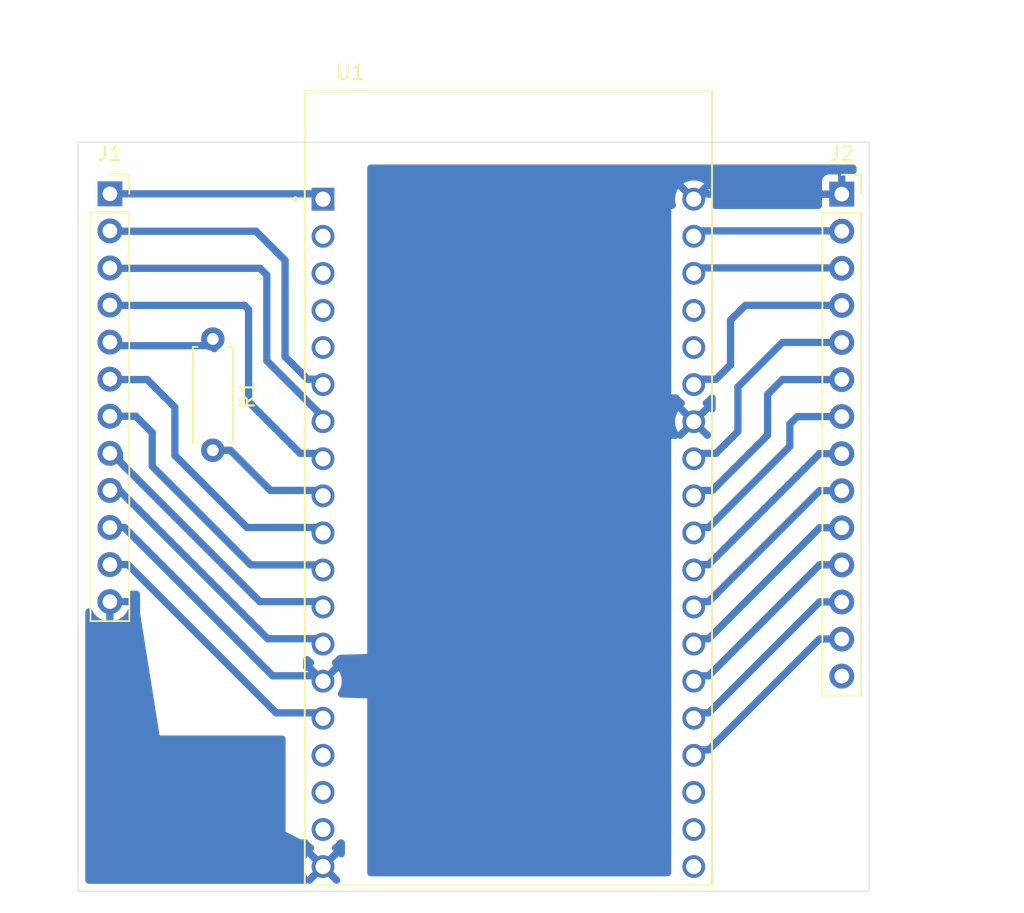
<source format=kicad_pcb>
(kicad_pcb (version 20240108) (generator "pcbnew") (generator_version "8.0")
  (layers (0 "F.Cu" signal) (31 "B.Cu" signal) (34 "B.Paste" user) (35 "F.Paste" user) (36 "B.SilkS" user "B.Silkscreen") (37 "F.SilkS" user "F.Silkscreen") (38 "B.Mask" user) (39 "F.Mask" user) (44 "Edge.Cuts" user))
  (net 0 "")
  (net 1 "Net-(J1-Pin_8)")
  (net 2 "Net-(J1-Pin_9)")
  (net 3 "Net-(J1-Pin_5)")
  (net 4 "Net-(J1-Pin_2)")
  (net 5 "Net-(J1-Pin_10)")
  (net 6 "Net-(J1-Pin_6)")
  (net 7 "Net-(J1-Pin_4)")
  (net 8 "Net-(J1-Pin_7)")
  (net 9 "Net-(J1-Pin_12)")
  (net 10 "Net-(J1-Pin_3)")
  (net 11 "Net-(J1-Pin_1)")
  (net 12 "Net-(J1-Pin_11)")
  (net 14 "Net-(J2-Pin_9)")
  (net 15 "Net-(J2-Pin_8)")
  (net 16 "Net-(J2-Pin_6)")
  (net 17 "Net-(J2-Pin_3)")
  (net 18 "Net-(J2-Pin_13)")
  (net 19 "Net-(J2-Pin_11)")
  (net 20 "Net-(J2-Pin_12)")
  (net 21 "Net-(J2-Pin_4)")
  (net 22 "Net-(J2-Pin_2)")
  (net 23 "Net-(J2-Pin_7)")
  (net 24 "Net-(J2-Pin_10)")
  (net 25 "Net-(J2-Pin_5)")
  (net 38 "Net-(U1-IO25)")
  (footprint "Resistor_THT:R_Axial_DIN0207_L6.3mm_D2.5mm_P7.62mm_Horizontal" (layer "F.Cu") (at 149.95 54.63 -90)
    (property "Reference" "R1" (at 3.81 -2.37 90) (layer "F.SilkS"))
    (property "Value" "330")
    (fp_line (start 0.54 1.37) (end 7.08 1.37) (stroke (width 0.12)) (layer "F.SilkS"))
    (fp_line (start 7.08 1.37) (end 7.08 1.04) (stroke (width 0.12)) (layer "F.SilkS"))
    (fp_line (start 0.54 1.04) (end 0.54 1.37) (stroke (width 0.12)) (layer "F.SilkS"))
    (fp_line (start 0.54 -1.04) (end 0.54 -1.37) (stroke (width 0.12)) (layer "F.SilkS"))
    (fp_line (start 0.54 -1.37) (end 7.08 -1.37) (stroke (width 0.12)) (layer "F.SilkS"))
    (fp_line (start 7.08 -1.37) (end 7.08 -1.04) (stroke (width 0.12)) (layer "F.SilkS"))
    (pad "1" thru_hole circle (at 0 0 270) (size 1.6 1.6) (drill 0.8) (layers "*.Cu" "*.Mask") (net 3 "Net-(J1-Pin_5)"))
    (pad "2" thru_hole oval (at 7.62 0 270) (size 1.6 1.6) (drill 0.8) (layers "*.Cu" "*.Mask") (net 38 "Net-(U1-IO25)"))
  )
  (footprint "ESP32:MODULE_ESP32-DEVKITC-32D" (layer "F.Cu") (at 170.2 64.81)
    (property "Reference" "U1" (at -10.829175 -28.446045 0) (layer "F.SilkS") (effects (font (size 1.000386 1.000386))))
    (property "Value" "ESP32-DEVKITC-32D")
    (fp_line (start -13.95 -27.15) (end 13.95 -27.15) (stroke (width 0.127)) (layer "F.SilkS"))
    (fp_line (start -13.95 27.25) (end -13.95 -27.15) (stroke (width 0.127)) (layer "F.SilkS"))
    (fp_line (start 13.95 -27.15) (end 13.95 27.25) (stroke (width 0.127)) (layer "F.SilkS"))
    (fp_line (start 13.95 27.25) (end -13.95 27.25) (stroke (width 0.127)) (layer "F.SilkS"))
    (fp_circle (center -14.6 -19.76) (end -14.5 -19.76) (stroke (width 0.2)) (fill none) (layer "F.SilkS"))
    (pad "J2-1" thru_hole rect (at -12.7 -19.76) (size 1.56 1.56) (drill 1.04) (layers "*.Cu" "*.Mask") (net 11 "Net-(J1-Pin_1)"))
    (pad "J2-2" thru_hole circle (at -12.7 -17.22) (size 1.56 1.56) (drill 1.04) (layers "*.Cu" "*.Mask"))
    (pad "J2-3" thru_hole circle (at -12.7 -14.68) (size 1.56 1.56) (drill 1.04) (layers "*.Cu" "*.Mask"))
    (pad "J2-4" thru_hole circle (at -12.7 -12.14) (size 1.56 1.56) (drill 1.04) (layers "*.Cu" "*.Mask"))
    (pad "J2-5" thru_hole circle (at -12.7 -9.6) (size 1.56 1.56) (drill 1.04) (layers "*.Cu" "*.Mask"))
    (pad "J2-6" thru_hole circle (at -12.7 -7.06) (size 1.56 1.56) (drill 1.04) (layers "*.Cu" "*.Mask") (net 4 "Net-(J1-Pin_2)"))
    (pad "J2-7" thru_hole circle (at -12.7 -4.52) (size 1.56 1.56) (drill 1.04) (layers "*.Cu" "*.Mask") (net 10 "Net-(J1-Pin_3)"))
    (pad "J2-8" thru_hole circle (at -12.7 -1.98) (size 1.56 1.56) (drill 1.04) (layers "*.Cu" "*.Mask") (net 7 "Net-(J1-Pin_4)"))
    (pad "J2-9" thru_hole circle (at -12.7 0.56) (size 1.56 1.56) (drill 1.04) (layers "*.Cu" "*.Mask") (net 38 "Net-(U1-IO25)"))
    (pad "J2-10" thru_hole circle (at -12.7 3.1) (size 1.56 1.56) (drill 1.04) (layers "*.Cu" "*.Mask") (net 6 "Net-(J1-Pin_6)"))
    (pad "J2-11" thru_hole circle (at -12.7 5.64) (size 1.56 1.56) (drill 1.04) (layers "*.Cu" "*.Mask") (net 8 "Net-(J1-Pin_7)"))
    (pad "J2-12" thru_hole circle (at -12.7 8.18) (size 1.56 1.56) (drill 1.04) (layers "*.Cu" "*.Mask") (net 1 "Net-(J1-Pin_8)"))
    (pad "J2-13" thru_hole circle (at -12.7 10.72) (size 1.56 1.56) (drill 1.04) (layers "*.Cu" "*.Mask") (net 2 "Net-(J1-Pin_9)"))
    (pad "J2-14" thru_hole circle (at -12.7 13.26) (size 1.56 1.56) (drill 1.04) (layers "*.Cu" "*.Mask") (net 5 "Net-(J1-Pin_10)"))
    (pad "J2-15" thru_hole circle (at -12.7 15.8) (size 1.56 1.56) (drill 1.04) (layers "*.Cu" "*.Mask") (net 12 "Net-(J1-Pin_11)"))
    (pad "J2-16" thru_hole circle (at -12.7 18.34) (size 1.56 1.56) (drill 1.04) (layers "*.Cu" "*.Mask"))
    (pad "J2-17" thru_hole circle (at -12.7 20.88) (size 1.56 1.56) (drill 1.04) (layers "*.Cu" "*.Mask"))
    (pad "J2-18" thru_hole circle (at -12.7 23.42) (size 1.56 1.56) (drill 1.04) (layers "*.Cu" "*.Mask"))
    (pad "J2-19" thru_hole circle (at -12.7 25.96) (size 1.56 1.56) (drill 1.04) (layers "*.Cu" "*.Mask") (net 9 "Net-(J1-Pin_12)"))
    (pad "J3-1" thru_hole circle (at 12.7 -19.76) (size 1.56 1.56) (drill 1.04) (layers "*.Cu" "*.Mask") (net 5 "Net-(J1-Pin_10)"))
    (pad "J3-2" thru_hole circle (at 12.7 -17.22) (size 1.56 1.56) (drill 1.04) (layers "*.Cu" "*.Mask") (net 22 "Net-(J2-Pin_2)"))
    (pad "J3-3" thru_hole circle (at 12.7 -14.68) (size 1.56 1.56) (drill 1.04) (layers "*.Cu" "*.Mask") (net 17 "Net-(J2-Pin_3)"))
    (pad "J3-4" thru_hole circle (at 12.7 -12.14) (size 1.56 1.56) (drill 1.04) (layers "*.Cu" "*.Mask"))
    (pad "J3-5" thru_hole circle (at 12.7 -9.6) (size 1.56 1.56) (drill 1.04) (layers "*.Cu" "*.Mask"))
    (pad "J3-6" thru_hole circle (at 12.7 -7.06) (size 1.56 1.56) (drill 1.04) (layers "*.Cu" "*.Mask") (net 21 "Net-(J2-Pin_4)"))
    (pad "J3-7" thru_hole circle (at 12.7 -4.52) (size 1.56 1.56) (drill 1.04) (layers "*.Cu" "*.Mask") (net 5 "Net-(J1-Pin_10)"))
    (pad "J3-8" thru_hole circle (at 12.7 -1.98) (size 1.56 1.56) (drill 1.04) (layers "*.Cu" "*.Mask") (net 25 "Net-(J2-Pin_5)"))
    (pad "J3-9" thru_hole circle (at 12.7 0.56) (size 1.56 1.56) (drill 1.04) (layers "*.Cu" "*.Mask") (net 16 "Net-(J2-Pin_6)"))
    (pad "J3-10" thru_hole circle (at 12.7 3.1) (size 1.56 1.56) (drill 1.04) (layers "*.Cu" "*.Mask") (net 23 "Net-(J2-Pin_7)"))
    (pad "J3-11" thru_hole circle (at 12.7 5.64) (size 1.56 1.56) (drill 1.04) (layers "*.Cu" "*.Mask") (net 15 "Net-(J2-Pin_8)"))
    (pad "J3-12" thru_hole circle (at 12.7 8.18) (size 1.56 1.56) (drill 1.04) (layers "*.Cu" "*.Mask") (net 14 "Net-(J2-Pin_9)"))
    (pad "J3-13" thru_hole circle (at 12.7 10.72) (size 1.56 1.56) (drill 1.04) (layers "*.Cu" "*.Mask") (net 24 "Net-(J2-Pin_10)"))
    (pad "J3-14" thru_hole circle (at 12.7 13.26) (size 1.56 1.56) (drill 1.04) (layers "*.Cu" "*.Mask") (net 19 "Net-(J2-Pin_11)"))
    (pad "J3-15" thru_hole circle (at 12.7 15.8) (size 1.56 1.56) (drill 1.04) (layers "*.Cu" "*.Mask") (net 20 "Net-(J2-Pin_12)"))
    (pad "J3-16" thru_hole circle (at 12.7 18.34) (size 1.56 1.56) (drill 1.04) (layers "*.Cu" "*.Mask") (net 18 "Net-(J2-Pin_13)"))
    (pad "J3-17" thru_hole circle (at 12.7 20.88) (size 1.56 1.56) (drill 1.04) (layers "*.Cu" "*.Mask"))
    (pad "J3-18" thru_hole circle (at 12.7 23.42) (size 1.56 1.56) (drill 1.04) (layers "*.Cu" "*.Mask"))
    (pad "J3-19" thru_hole circle (at 12.7 25.96) (size 1.56 1.56) (drill 1.04) (layers "*.Cu" "*.Mask"))
  )
  (footprint "Connector_PinSocket_2.54mm:PinSocket_1x14_P2.54mm_Vertical" (layer "F.Cu") (at 193.04 44.704)
    (property "Reference" "J2" (at 0 -2.77 0) (layer "F.SilkS"))
    (property "Value" "Conn_01x14_Socket")
    (fp_line (start -1.33 1.27) (end -1.33 34.35) (stroke (width 0.12)) (layer "F.SilkS"))
    (fp_line (start -1.33 1.27) (end 1.33 1.27) (stroke (width 0.12)) (layer "F.SilkS"))
    (fp_line (start -1.33 34.35) (end 1.33 34.35) (stroke (width 0.12)) (layer "F.SilkS"))
    (fp_line (start 0 -1.33) (end 1.33 -1.33) (stroke (width 0.12)) (layer "F.SilkS"))
    (fp_line (start 1.33 -1.33) (end 1.33 0) (stroke (width 0.12)) (layer "F.SilkS"))
    (fp_line (start 1.33 1.27) (end 1.33 34.35) (stroke (width 0.12)) (layer "F.SilkS"))
    (pad "1" thru_hole rect (at 0 0) (size 1.7 1.7) (drill 1) (layers "*.Cu" "*.Mask") (net 5 "Net-(J1-Pin_10)"))
    (pad "2" thru_hole oval (at 0 2.54) (size 1.7 1.7) (drill 1) (layers "*.Cu" "*.Mask") (net 22 "Net-(J2-Pin_2)"))
    (pad "3" thru_hole oval (at 0 5.08) (size 1.7 1.7) (drill 1) (layers "*.Cu" "*.Mask") (net 17 "Net-(J2-Pin_3)"))
    (pad "4" thru_hole oval (at 0 7.62) (size 1.7 1.7) (drill 1) (layers "*.Cu" "*.Mask") (net 21 "Net-(J2-Pin_4)"))
    (pad "5" thru_hole oval (at 0 10.16) (size 1.7 1.7) (drill 1) (layers "*.Cu" "*.Mask") (net 25 "Net-(J2-Pin_5)"))
    (pad "6" thru_hole oval (at 0 12.7) (size 1.7 1.7) (drill 1) (layers "*.Cu" "*.Mask") (net 16 "Net-(J2-Pin_6)"))
    (pad "7" thru_hole oval (at 0 15.24) (size 1.7 1.7) (drill 1) (layers "*.Cu" "*.Mask") (net 23 "Net-(J2-Pin_7)"))
    (pad "8" thru_hole oval (at 0 17.78) (size 1.7 1.7) (drill 1) (layers "*.Cu" "*.Mask") (net 15 "Net-(J2-Pin_8)"))
    (pad "9" thru_hole oval (at 0 20.32) (size 1.7 1.7) (drill 1) (layers "*.Cu" "*.Mask") (net 14 "Net-(J2-Pin_9)"))
    (pad "10" thru_hole oval (at 0 22.86) (size 1.7 1.7) (drill 1) (layers "*.Cu" "*.Mask") (net 24 "Net-(J2-Pin_10)"))
    (pad "11" thru_hole oval (at 0 25.4) (size 1.7 1.7) (drill 1) (layers "*.Cu" "*.Mask") (net 19 "Net-(J2-Pin_11)"))
    (pad "12" thru_hole oval (at 0 27.94) (size 1.7 1.7) (drill 1) (layers "*.Cu" "*.Mask") (net 20 "Net-(J2-Pin_12)"))
    (pad "13" thru_hole oval (at 0 30.48) (size 1.7 1.7) (drill 1) (layers "*.Cu" "*.Mask") (net 18 "Net-(J2-Pin_13)"))
    (pad "14" thru_hole oval (at 0 33.02) (size 1.7 1.7) (drill 1) (layers "*.Cu" "*.Mask"))
  )
  (footprint "Connector_PinSocket_2.54mm:PinSocket_1x12_P2.54mm_Vertical" (layer "F.Cu") (at 142.9 44.68)
    (property "Reference" "J1" (at 0 -2.77 0) (layer "F.SilkS"))
    (property "Value" "Conn_01x12_Socket")
    (fp_line (start -1.33 1.27) (end -1.33 29.27) (stroke (width 0.12)) (layer "F.SilkS"))
    (fp_line (start -1.33 1.27) (end 1.33 1.27) (stroke (width 0.12)) (layer "F.SilkS"))
    (fp_line (start -1.33 29.27) (end 1.33 29.27) (stroke (width 0.12)) (layer "F.SilkS"))
    (fp_line (start 0 -1.33) (end 1.33 -1.33) (stroke (width 0.12)) (layer "F.SilkS"))
    (fp_line (start 1.33 -1.33) (end 1.33 0) (stroke (width 0.12)) (layer "F.SilkS"))
    (fp_line (start 1.33 1.27) (end 1.33 29.27) (stroke (width 0.12)) (layer "F.SilkS"))
    (pad "1" thru_hole rect (at 0 0) (size 1.7 1.7) (drill 1) (layers "*.Cu" "*.Mask") (net 11 "Net-(J1-Pin_1)"))
    (pad "2" thru_hole oval (at 0 2.54) (size 1.7 1.7) (drill 1) (layers "*.Cu" "*.Mask") (net 4 "Net-(J1-Pin_2)"))
    (pad "3" thru_hole oval (at 0 5.08) (size 1.7 1.7) (drill 1) (layers "*.Cu" "*.Mask") (net 10 "Net-(J1-Pin_3)"))
    (pad "4" thru_hole oval (at 0 7.62) (size 1.7 1.7) (drill 1) (layers "*.Cu" "*.Mask") (net 7 "Net-(J1-Pin_4)"))
    (pad "5" thru_hole oval (at 0 10.16) (size 1.7 1.7) (drill 1) (layers "*.Cu" "*.Mask") (net 3 "Net-(J1-Pin_5)"))
    (pad "6" thru_hole oval (at 0 12.7) (size 1.7 1.7) (drill 1) (layers "*.Cu" "*.Mask") (net 6 "Net-(J1-Pin_6)"))
    (pad "7" thru_hole oval (at 0 15.24) (size 1.7 1.7) (drill 1) (layers "*.Cu" "*.Mask") (net 8 "Net-(J1-Pin_7)"))
    (pad "8" thru_hole oval (at 0 17.78) (size 1.7 1.7) (drill 1) (layers "*.Cu" "*.Mask") (net 1 "Net-(J1-Pin_8)"))
    (pad "9" thru_hole oval (at 0 20.32) (size 1.7 1.7) (drill 1) (layers "*.Cu" "*.Mask") (net 2 "Net-(J1-Pin_9)"))
    (pad "10" thru_hole oval (at 0 22.86) (size 1.7 1.7) (drill 1) (layers "*.Cu" "*.Mask") (net 5 "Net-(J1-Pin_10)"))
    (pad "11" thru_hole oval (at 0 25.4) (size 1.7 1.7) (drill 1) (layers "*.Cu" "*.Mask") (net 12 "Net-(J1-Pin_11)"))
    (pad "12" thru_hole oval (at 0 27.94) (size 1.7 1.7) (drill 1) (layers "*.Cu" "*.Mask") (net 9 "Net-(J1-Pin_12)"))
  )
  (gr_rect (start 140.712 41.144) (end 194.914 92.456) (stroke (width 0.05)) (fill none) (layer "Edge.Cuts"))
  (segment (start 153.17 72.62) (end 157.45 72.62) (width 0.5) (layer "B.Cu") (net 1))
  (segment (start 143.56 63.01) (end 153.17 72.62) (width 0.5) (layer "B.Cu") (net 1))
  (segment (start 143.56 62.46) (end 143.56 63.01) (width 0.5) (layer "B.Cu") (net 1))
  (segment (start 142.9 65) (end 143.55 65) (width 0.5) (layer "B.Cu") (net 2))
  (segment (start 153.71 75.16) (end 157.45 75.16) (width 0.5) (layer "B.Cu") (net 2))
  (segment (start 143.55 65) (end 153.71 75.16) (width 0.5) (layer "B.Cu") (net 2))
  (segment (start 142.9 54.84) (end 143.146 55.086) (width 0.5) (layer "B.Cu") (net 3))
  (segment (start 143.146 55.086) (end 149.846 55.086) (width 0.5) (layer "B.Cu") (net 3))
  (segment (start 149.846 55.086) (end 150.05 55.29) (width 0.5) (layer "B.Cu") (net 3))
  (segment (start 154.9 55.84) (end 156.44 57.38) (width 0.5) (layer "B.Cu") (net 4))
  (segment (start 156.44 57.38) (end 157.45 57.38) (width 0.5) (layer "B.Cu") (net 4))
  (segment (start 142.9 47.22) (end 142.924 47.244) (width 0.5) (layer "B.Cu") (net 4))
  (segment (start 142.924 47.244) (end 152.908 47.244) (width 0.5) (layer "B.Cu") (net 4))
  (segment (start 152.908 47.244) (end 154.9 49.236) (width 0.5) (layer "B.Cu") (net 4))
  (segment (start 154.9 49.236) (end 154.9 55.84) (width 0.5) (layer "B.Cu") (net 4))
  (segment (start 143.89 67.54) (end 154.05 77.7) (width 0.5) (layer "B.Cu") (net 5))
  (segment (start 154.05 77.7) (end 157.45 77.7) (width 0.5) (layer "B.Cu") (net 5))
  (segment (start 182.85 44.68) (end 183.872 44.68) (width 0.5) (layer "B.Cu") (net 5))
  (segment (start 193.544 44.7) (end 193.548 44.704) (width 0.5) (layer "B.Cu") (net 5))
  (segment (start 142.9 67.54) (end 143.89 67.54) (width 0.5) (layer "B.Cu") (net 5))
  (segment (start 183.892 44.7) (end 193.544 44.7) (width 0.5) (layer "B.Cu") (net 5))
  (segment (start 183.872 44.68) (end 183.892 44.7) (width 0.5) (layer "B.Cu") (net 5))
  (segment (start 145.454 57.404) (end 142.924 57.404) (width 0.5) (layer "B.Cu") (net 6))
  (segment (start 147.35 62.6) (end 147.35 59.3) (width 0.5) (layer "B.Cu") (net 6))
  (segment (start 147.35 59.3) (end 145.454 57.404) (width 0.5) (layer "B.Cu") (net 6))
  (segment (start 152.29 67.54) (end 147.35 62.6) (width 0.5) (layer "B.Cu") (net 6))
  (segment (start 157.45 67.54) (end 152.29 67.54) (width 0.5) (layer "B.Cu") (net 6))
  (segment (start 142.924 57.404) (end 142.9 57.38) (width 0.5) (layer "B.Cu") (net 6))
  (segment (start 152.4 58.928) (end 155.932 62.46) (width 0.5) (layer "B.Cu") (net 7))
  (segment (start 152.124 52.324) (end 152.4 52.6) (width 0.5) (layer "B.Cu") (net 7))
  (segment (start 152.4 52.6) (end 152.4 58.928) (width 0.5) (layer "B.Cu") (net 7))
  (segment (start 142.9 52.3) (end 142.924 52.324) (width 0.5) (layer "B.Cu") (net 7))
  (segment (start 142.924 52.324) (end 152.124 52.324) (width 0.5) (layer "B.Cu") (net 7))
  (segment (start 155.932 62.46) (end 157.45 62.46) (width 0.5) (layer "B.Cu") (net 7))
  (segment (start 145.8 61.05) (end 145.8 63.35) (width 0.5) (layer "B.Cu") (net 8))
  (segment (start 142.9 59.92) (end 144.67 59.92) (width 0.5) (layer "B.Cu") (net 8))
  (segment (start 144.67 59.92) (end 145.8 61.05) (width 0.5) (layer "B.Cu") (net 8))
  (segment (start 145.8 63.35) (end 152.554 70.104) (width 0.5) (layer "B.Cu") (net 8))
  (segment (start 157.426 70.104) (end 157.45 70.08) (width 0.5) (layer "B.Cu") (net 8))
  (segment (start 152.554 70.104) (end 157.426 70.104) (width 0.5) (layer "B.Cu") (net 8))
  (segment (start 142.924 49.784) (end 153.184 49.784) (width 0.5) (layer "B.Cu") (net 10))
  (segment (start 142.9 49.76) (end 142.924 49.784) (width 0.5) (layer "B.Cu") (net 10))
  (segment (start 153.65 50.25) (end 153.65 56.12) (width 0.5) (layer "B.Cu") (net 10))
  (segment (start 153.65 56.12) (end 157.45 59.92) (width 0.5) (layer "B.Cu") (net 10))
  (segment (start 153.184 49.784) (end 153.65 50.25) (width 0.5) (layer "B.Cu") (net 10))
  (segment (start 142.9 44.68) (end 157.45 44.68) (width 0.5) (layer "B.Cu") (net 11))
  (segment (start 143.266 45.046) (end 142.9 44.68) (width 0.5) (layer "B.Cu") (net 11))
  (segment (start 157.45 80.24) (end 154.29 80.24) (width 0.5) (layer "B.Cu") (net 12))
  (segment (start 154.29 80.24) (end 144.13 70.08) (width 0.5) (layer "B.Cu") (net 12))
  (segment (start 144.13 70.08) (end 142.9 70.08) (width 0.5) (layer "B.Cu") (net 12))
  (segment (start 191.52 65.02) (end 193.544 65.02) (width 0.5) (layer "B.Cu") (net 14))
  (segment (start 193.544 65.02) (end 193.548 65.024) (width 0.5) (layer "B.Cu") (net 14))
  (segment (start 182.85 72.62) (end 183.92 72.62) (width 0.5) (layer "B.Cu") (net 14))
  (segment (start 183.92 72.62) (end 191.52 65.02) (width 0.5) (layer "B.Cu") (net 14))
  (segment (start 182.85 70.08) (end 183.92 70.08) (width 0.5) (layer "B.Cu") (net 15))
  (segment (start 183.92 70.08) (end 191.516 62.484) (width 0.5) (layer "B.Cu") (net 15))
  (segment (start 191.516 62.484) (end 193.548 62.484) (width 0.5) (layer "B.Cu") (net 15))
  (segment (start 187.96 61.214) (end 187.96 58.42) (width 0.5) (layer "B.Cu") (net 16))
  (segment (start 188.976 57.404) (end 193.548 57.404) (width 0.5) (layer "B.Cu") (net 16))
  (segment (start 187.96 58.42) (end 188.976 57.404) (width 0.5) (layer "B.Cu") (net 16))
  (segment (start 182.85 65) (end 184.174 65) (width 0.5) (layer "B.Cu") (net 16))
  (segment (start 184.174 65) (end 187.96 61.214) (width 0.5) (layer "B.Cu") (net 16))
  (segment (start 182.85 49.76) (end 193.524 49.76) (width 0.5) (layer "B.Cu") (net 17))
  (segment (start 193.524 49.76) (end 193.548 49.784) (width 0.5) (layer "B.Cu") (net 17))
  (segment (start 193.544 75.18) (end 193.548 75.184) (width 0.5) (layer "B.Cu") (net 18))
  (segment (start 191.52 75.18) (end 193.544 75.18) (width 0.5) (layer "B.Cu") (net 18))
  (segment (start 182.85 82.78) (end 183.92 82.78) (width 0.5) (layer "B.Cu") (net 18))
  (segment (start 183.92 82.78) (end 191.52 75.18) (width 0.5) (layer "B.Cu") (net 18))
  (segment (start 191.52 70.1) (end 193.544 70.1) (width 0.5) (layer "B.Cu") (net 19))
  (segment (start 193.544 70.1) (end 193.548 70.104) (width 0.5) (layer "B.Cu") (net 19))
  (segment (start 183.92 77.7) (end 191.52 70.1) (width 0.5) (layer "B.Cu") (net 19))
  (segment (start 182.85 77.7) (end 183.92 77.7) (width 0.5) (layer "B.Cu") (net 19))
  (segment (start 191.52 72.64) (end 193.544 72.64) (width 0.5) (layer "B.Cu") (net 20))
  (segment (start 183.92 80.24) (end 191.52 72.64) (width 0.5) (layer "B.Cu") (net 20))
  (segment (start 193.544 72.64) (end 193.548 72.644) (width 0.5) (layer "B.Cu") (net 20))
  (segment (start 182.85 80.24) (end 183.92 80.24) (width 0.5) (layer "B.Cu") (net 20))
  (segment (start 193.544 52.32) (end 186.44 52.32) (width 0.5) (layer "B.Cu") (net 21))
  (segment (start 184.428 57.38) (end 182.85 57.38) (width 0.5) (layer "B.Cu") (net 21))
  (segment (start 185.42 53.34) (end 185.42 56.388) (width 0.5) (layer "B.Cu") (net 21))
  (segment (start 186.44 52.32) (end 185.42 53.34) (width 0.5) (layer "B.Cu") (net 21))
  (segment (start 193.548 52.324) (end 193.544 52.32) (width 0.5) (layer "B.Cu") (net 21))
  (segment (start 185.42 56.388) (end 184.428 57.38) (width 0.5) (layer "B.Cu") (net 21))
  (segment (start 193.524 47.22) (end 193.548 47.244) (width 0.5) (layer "B.Cu") (net 22))
  (segment (start 182.85 47.22) (end 193.524 47.22) (width 0.5) (layer "B.Cu") (net 22))
  (segment (start 189.484 60.452) (end 189.992 59.944) (width 0.5) (layer "B.Cu") (net 23))
  (segment (start 182.85 67.54) (end 183.92 67.54) (width 0.5) (layer "B.Cu") (net 23))
  (segment (start 183.92 67.54) (end 189.484 61.976) (width 0.5) (layer "B.Cu") (net 23))
  (segment (start 189.992 59.944) (end 193.548 59.944) (width 0.5) (layer "B.Cu") (net 23))
  (segment (start 189.484 61.976) (end 189.484 60.452) (width 0.5) (layer "B.Cu") (net 23))
  (segment (start 193.544 67.56) (end 193.548 67.564) (width 0.5) (layer "B.Cu") (net 24))
  (segment (start 182.85 75.16) (end 183.92 75.16) (width 0.5) (layer "B.Cu") (net 24))
  (segment (start 183.92 75.16) (end 191.52 67.56) (width 0.5) (layer "B.Cu") (net 24))
  (segment (start 191.52 67.56) (end 193.544 67.56) (width 0.5) (layer "B.Cu") (net 24))
  (segment (start 193.548 54.864) (end 193.544 54.86) (width 0.5) (layer "B.Cu") (net 25))
  (segment (start 185.928 60.96) (end 184.428 62.46) (width 0.5) (layer "B.Cu") (net 25))
  (segment (start 193.544 54.86) (end 188.98 54.86) (width 0.5) (layer "B.Cu") (net 25))
  (segment (start 185.928 57.912) (end 185.928 60.96) (width 0.5) (layer "B.Cu") (net 25))
  (segment (start 184.428 62.46) (end 182.85 62.46) (width 0.5) (layer "B.Cu") (net 25))
  (segment (start 188.98 54.86) (end 185.928 57.912) (width 0.5) (layer "B.Cu") (net 25))
  (segment (start 151.15 62.25) (end 153.9 65) (width 0.5) (layer "B.Cu") (net 38))
  (segment (start 149.95 62.25) (end 151.15 62.25) (width 0.5) (layer "B.Cu") (net 38))
  (segment (start 153.9 65) (end 157.45 65) (width 0.5) (layer "B.Cu") (net 38))
  (zone (net 5) (net_name "Net-(J1-Pin_10)") (layer "B.Cu") (connect_pads (clearance 0.5)) (min_thickness 0.5) (fill yes (thermal_gap 0.5) (thermal_bridge_width 0.5))
    (polygon (pts (xy 160.528 42.672) (xy 160.528 76.2) (xy 156.15 76.35) (xy 156.05 79.1) (xy 160.528 79.248) (xy 160.528 91.44) (xy 181.356 91.44) (xy 181.356 61.468) (xy 184.404 61.468) (xy 184.404 58.42) (xy 181.356 58.42) (xy 181.356 45.72) (xy 194.056 45.72) (xy 194.056 42.672)))
  )
  (zone (net 9) (net_name "Net-(J1-Pin_12)") (layer "B.Cu") (priority 1) (connect_pads (clearance 0.5)) (min_thickness 0.5) (fill yes (thermal_gap 0.5) (thermal_bridge_width 0.5))
    (polygon (pts (xy 141.162 92.606) (xy 159.004 92.456) (xy 159.004 88.9) (xy 155.956 88.9) (xy 154.94 88.392) (xy 154.94 81.788) (xy 146.304 81.788) (xy 144.968 73.402) (xy 144.968 71.878) (xy 141.162 71.778)))
  )
)
</source>
